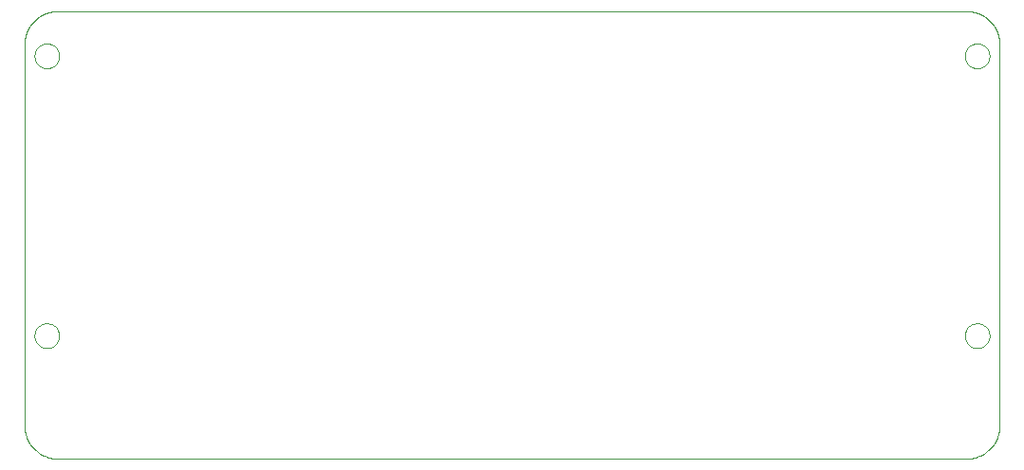
<source format=gko>
G75*
G70*
%OFA0B0*%
%FSLAX24Y24*%
%IPPOS*%
%LPD*%
%AMOC8*
5,1,8,0,0,1.08239X$1,22.5*
%
%ADD10C,0.0000*%
D10*
X026507Y002683D02*
X026507Y016069D01*
X026861Y015675D02*
X026863Y015716D01*
X026869Y015757D01*
X026879Y015797D01*
X026892Y015836D01*
X026909Y015873D01*
X026930Y015909D01*
X026954Y015943D01*
X026981Y015974D01*
X027010Y016002D01*
X027043Y016028D01*
X027077Y016050D01*
X027114Y016069D01*
X027152Y016084D01*
X027192Y016096D01*
X027232Y016104D01*
X027273Y016108D01*
X027315Y016108D01*
X027356Y016104D01*
X027396Y016096D01*
X027436Y016084D01*
X027474Y016069D01*
X027510Y016050D01*
X027545Y016028D01*
X027578Y016002D01*
X027607Y015974D01*
X027634Y015943D01*
X027658Y015909D01*
X027679Y015873D01*
X027696Y015836D01*
X027709Y015797D01*
X027719Y015757D01*
X027725Y015716D01*
X027727Y015675D01*
X027725Y015634D01*
X027719Y015593D01*
X027709Y015553D01*
X027696Y015514D01*
X027679Y015477D01*
X027658Y015441D01*
X027634Y015407D01*
X027607Y015376D01*
X027578Y015348D01*
X027545Y015322D01*
X027511Y015300D01*
X027474Y015281D01*
X027436Y015266D01*
X027396Y015254D01*
X027356Y015246D01*
X027315Y015242D01*
X027273Y015242D01*
X027232Y015246D01*
X027192Y015254D01*
X027152Y015266D01*
X027114Y015281D01*
X027078Y015300D01*
X027043Y015322D01*
X027010Y015348D01*
X026981Y015376D01*
X026954Y015407D01*
X026930Y015441D01*
X026909Y015477D01*
X026892Y015514D01*
X026879Y015553D01*
X026869Y015593D01*
X026863Y015634D01*
X026861Y015675D01*
X026507Y016069D02*
X026509Y016135D01*
X026514Y016201D01*
X026524Y016267D01*
X026537Y016332D01*
X026553Y016396D01*
X026573Y016459D01*
X026597Y016521D01*
X026624Y016581D01*
X026654Y016640D01*
X026688Y016697D01*
X026725Y016752D01*
X026765Y016805D01*
X026807Y016856D01*
X026853Y016904D01*
X026901Y016950D01*
X026952Y016992D01*
X027005Y017032D01*
X027060Y017069D01*
X027117Y017103D01*
X027176Y017133D01*
X027236Y017160D01*
X027298Y017184D01*
X027361Y017204D01*
X027425Y017220D01*
X027490Y017233D01*
X027556Y017243D01*
X027622Y017248D01*
X027688Y017250D01*
X059578Y017250D01*
X059644Y017248D01*
X059710Y017243D01*
X059776Y017233D01*
X059841Y017220D01*
X059905Y017204D01*
X059968Y017184D01*
X060030Y017160D01*
X060090Y017133D01*
X060149Y017103D01*
X060206Y017069D01*
X060261Y017032D01*
X060314Y016992D01*
X060365Y016950D01*
X060413Y016904D01*
X060459Y016856D01*
X060501Y016805D01*
X060541Y016752D01*
X060578Y016697D01*
X060612Y016640D01*
X060642Y016581D01*
X060669Y016521D01*
X060693Y016459D01*
X060713Y016396D01*
X060729Y016332D01*
X060742Y016267D01*
X060752Y016201D01*
X060757Y016135D01*
X060759Y016069D01*
X060759Y002683D01*
X060757Y002617D01*
X060752Y002551D01*
X060742Y002485D01*
X060729Y002420D01*
X060713Y002356D01*
X060693Y002293D01*
X060669Y002231D01*
X060642Y002171D01*
X060612Y002112D01*
X060578Y002055D01*
X060541Y002000D01*
X060501Y001947D01*
X060459Y001896D01*
X060413Y001848D01*
X060365Y001802D01*
X060314Y001760D01*
X060261Y001720D01*
X060206Y001683D01*
X060149Y001649D01*
X060090Y001619D01*
X060030Y001592D01*
X059968Y001568D01*
X059905Y001548D01*
X059841Y001532D01*
X059776Y001519D01*
X059710Y001509D01*
X059644Y001504D01*
X059578Y001502D01*
X027688Y001502D01*
X027622Y001504D01*
X027556Y001509D01*
X027490Y001519D01*
X027425Y001532D01*
X027361Y001548D01*
X027298Y001568D01*
X027236Y001592D01*
X027176Y001619D01*
X027117Y001649D01*
X027060Y001683D01*
X027005Y001720D01*
X026952Y001760D01*
X026901Y001802D01*
X026853Y001848D01*
X026807Y001896D01*
X026765Y001947D01*
X026725Y002000D01*
X026688Y002055D01*
X026654Y002112D01*
X026624Y002171D01*
X026597Y002231D01*
X026573Y002293D01*
X026553Y002356D01*
X026537Y002420D01*
X026524Y002485D01*
X026514Y002551D01*
X026509Y002617D01*
X026507Y002683D01*
X026861Y005832D02*
X026863Y005873D01*
X026869Y005914D01*
X026879Y005954D01*
X026892Y005993D01*
X026909Y006030D01*
X026930Y006066D01*
X026954Y006100D01*
X026981Y006131D01*
X027010Y006159D01*
X027043Y006185D01*
X027077Y006207D01*
X027114Y006226D01*
X027152Y006241D01*
X027192Y006253D01*
X027232Y006261D01*
X027273Y006265D01*
X027315Y006265D01*
X027356Y006261D01*
X027396Y006253D01*
X027436Y006241D01*
X027474Y006226D01*
X027510Y006207D01*
X027545Y006185D01*
X027578Y006159D01*
X027607Y006131D01*
X027634Y006100D01*
X027658Y006066D01*
X027679Y006030D01*
X027696Y005993D01*
X027709Y005954D01*
X027719Y005914D01*
X027725Y005873D01*
X027727Y005832D01*
X027725Y005791D01*
X027719Y005750D01*
X027709Y005710D01*
X027696Y005671D01*
X027679Y005634D01*
X027658Y005598D01*
X027634Y005564D01*
X027607Y005533D01*
X027578Y005505D01*
X027545Y005479D01*
X027511Y005457D01*
X027474Y005438D01*
X027436Y005423D01*
X027396Y005411D01*
X027356Y005403D01*
X027315Y005399D01*
X027273Y005399D01*
X027232Y005403D01*
X027192Y005411D01*
X027152Y005423D01*
X027114Y005438D01*
X027078Y005457D01*
X027043Y005479D01*
X027010Y005505D01*
X026981Y005533D01*
X026954Y005564D01*
X026930Y005598D01*
X026909Y005634D01*
X026892Y005671D01*
X026879Y005710D01*
X026869Y005750D01*
X026863Y005791D01*
X026861Y005832D01*
X059539Y005832D02*
X059541Y005873D01*
X059547Y005914D01*
X059557Y005954D01*
X059570Y005993D01*
X059587Y006030D01*
X059608Y006066D01*
X059632Y006100D01*
X059659Y006131D01*
X059688Y006159D01*
X059721Y006185D01*
X059755Y006207D01*
X059792Y006226D01*
X059830Y006241D01*
X059870Y006253D01*
X059910Y006261D01*
X059951Y006265D01*
X059993Y006265D01*
X060034Y006261D01*
X060074Y006253D01*
X060114Y006241D01*
X060152Y006226D01*
X060188Y006207D01*
X060223Y006185D01*
X060256Y006159D01*
X060285Y006131D01*
X060312Y006100D01*
X060336Y006066D01*
X060357Y006030D01*
X060374Y005993D01*
X060387Y005954D01*
X060397Y005914D01*
X060403Y005873D01*
X060405Y005832D01*
X060403Y005791D01*
X060397Y005750D01*
X060387Y005710D01*
X060374Y005671D01*
X060357Y005634D01*
X060336Y005598D01*
X060312Y005564D01*
X060285Y005533D01*
X060256Y005505D01*
X060223Y005479D01*
X060189Y005457D01*
X060152Y005438D01*
X060114Y005423D01*
X060074Y005411D01*
X060034Y005403D01*
X059993Y005399D01*
X059951Y005399D01*
X059910Y005403D01*
X059870Y005411D01*
X059830Y005423D01*
X059792Y005438D01*
X059756Y005457D01*
X059721Y005479D01*
X059688Y005505D01*
X059659Y005533D01*
X059632Y005564D01*
X059608Y005598D01*
X059587Y005634D01*
X059570Y005671D01*
X059557Y005710D01*
X059547Y005750D01*
X059541Y005791D01*
X059539Y005832D01*
X059539Y015675D02*
X059541Y015716D01*
X059547Y015757D01*
X059557Y015797D01*
X059570Y015836D01*
X059587Y015873D01*
X059608Y015909D01*
X059632Y015943D01*
X059659Y015974D01*
X059688Y016002D01*
X059721Y016028D01*
X059755Y016050D01*
X059792Y016069D01*
X059830Y016084D01*
X059870Y016096D01*
X059910Y016104D01*
X059951Y016108D01*
X059993Y016108D01*
X060034Y016104D01*
X060074Y016096D01*
X060114Y016084D01*
X060152Y016069D01*
X060188Y016050D01*
X060223Y016028D01*
X060256Y016002D01*
X060285Y015974D01*
X060312Y015943D01*
X060336Y015909D01*
X060357Y015873D01*
X060374Y015836D01*
X060387Y015797D01*
X060397Y015757D01*
X060403Y015716D01*
X060405Y015675D01*
X060403Y015634D01*
X060397Y015593D01*
X060387Y015553D01*
X060374Y015514D01*
X060357Y015477D01*
X060336Y015441D01*
X060312Y015407D01*
X060285Y015376D01*
X060256Y015348D01*
X060223Y015322D01*
X060189Y015300D01*
X060152Y015281D01*
X060114Y015266D01*
X060074Y015254D01*
X060034Y015246D01*
X059993Y015242D01*
X059951Y015242D01*
X059910Y015246D01*
X059870Y015254D01*
X059830Y015266D01*
X059792Y015281D01*
X059756Y015300D01*
X059721Y015322D01*
X059688Y015348D01*
X059659Y015376D01*
X059632Y015407D01*
X059608Y015441D01*
X059587Y015477D01*
X059570Y015514D01*
X059557Y015553D01*
X059547Y015593D01*
X059541Y015634D01*
X059539Y015675D01*
M02*

</source>
